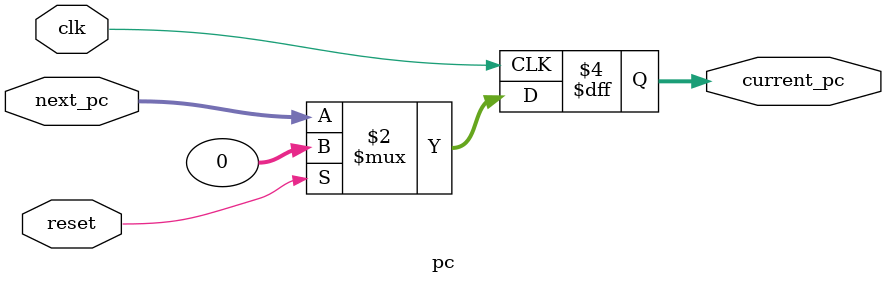
<source format=v>
module pc (
    input             reset,
    input             clk,
    input      [31:0] next_pc,
    output reg [31:0] current_pc
);
  initial begin
    current_pc = 0;
  end

  always @(posedge clk) begin
    current_pc <= reset ? 0 : next_pc;
  end
endmodule

</source>
